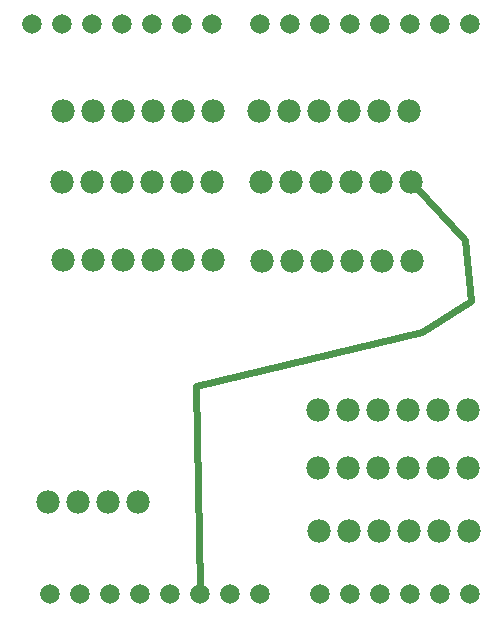
<source format=gbl>
G04 MADE WITH FRITZING*
G04 WWW.FRITZING.ORG*
G04 DOUBLE SIDED*
G04 HOLES PLATED*
G04 CONTOUR ON CENTER OF CONTOUR VECTOR*
%ASAXBY*%
%FSLAX23Y23*%
%MOIN*%
%OFA0B0*%
%SFA1.0B1.0*%
%ADD10C,0.065278*%
%ADD11C,0.078000*%
%ADD12C,0.024000*%
%ADD13R,0.001000X0.001000*%
%LNCOPPER0*%
G90*
G70*
G54D10*
X1128Y93D03*
X1228Y93D03*
X1328Y93D03*
X1428Y93D03*
X1528Y93D03*
X668Y1993D03*
X568Y1993D03*
X468Y1993D03*
X368Y1993D03*
X268Y1993D03*
X168Y1993D03*
X68Y1993D03*
X1528Y1993D03*
X1428Y1993D03*
X1328Y1993D03*
X1228Y1993D03*
X1128Y1993D03*
X1028Y1993D03*
X928Y1993D03*
X828Y1993D03*
X228Y93D03*
X128Y93D03*
X328Y93D03*
X428Y93D03*
X528Y93D03*
X628Y93D03*
X728Y93D03*
X828Y93D03*
X1028Y93D03*
G54D11*
X671Y1208D03*
X571Y1208D03*
X471Y1208D03*
X371Y1208D03*
X271Y1208D03*
X171Y1208D03*
X1334Y1205D03*
X1234Y1205D03*
X1134Y1205D03*
X1034Y1205D03*
X934Y1205D03*
X834Y1205D03*
X667Y1467D03*
X567Y1467D03*
X467Y1467D03*
X367Y1467D03*
X267Y1467D03*
X167Y1467D03*
X1332Y1467D03*
X1232Y1467D03*
X1132Y1467D03*
X1032Y1467D03*
X932Y1467D03*
X832Y1467D03*
X423Y401D03*
X323Y401D03*
X223Y401D03*
X123Y401D03*
X670Y1703D03*
X570Y1703D03*
X470Y1703D03*
X370Y1703D03*
X270Y1703D03*
X170Y1703D03*
X1326Y1703D03*
X1226Y1703D03*
X1126Y1703D03*
X1026Y1703D03*
X926Y1703D03*
X826Y1703D03*
X1520Y708D03*
X1420Y708D03*
X1320Y708D03*
X1220Y708D03*
X1120Y708D03*
X1020Y708D03*
X1523Y515D03*
X1423Y515D03*
X1323Y515D03*
X1223Y515D03*
X1123Y515D03*
X1023Y515D03*
X1526Y305D03*
X1426Y305D03*
X1326Y305D03*
X1226Y305D03*
X1126Y305D03*
X1026Y305D03*
G54D12*
X1368Y967D02*
X615Y787D01*
D02*
X1511Y1276D02*
X1533Y1071D01*
D02*
X1533Y1071D02*
X1368Y967D01*
D02*
X615Y787D02*
X628Y113D01*
D02*
X1345Y1453D02*
X1511Y1276D01*
G54D13*
X1Y1998D02*
X1Y1998D01*
X1Y1997D02*
X1Y1997D01*
X1Y1996D02*
X1Y1996D01*
X1Y1995D02*
X1Y1995D01*
X1Y1994D02*
X1Y1994D01*
X1Y1993D02*
X1Y1993D01*
X1Y1992D02*
X1Y1992D01*
X1Y1991D02*
X1Y1991D01*
X1Y1990D02*
X1Y1990D01*
X1Y1989D02*
X1Y1989D01*
X1Y1988D02*
X1Y1988D01*
D02*
G04 End of Copper0*
M02*
</source>
